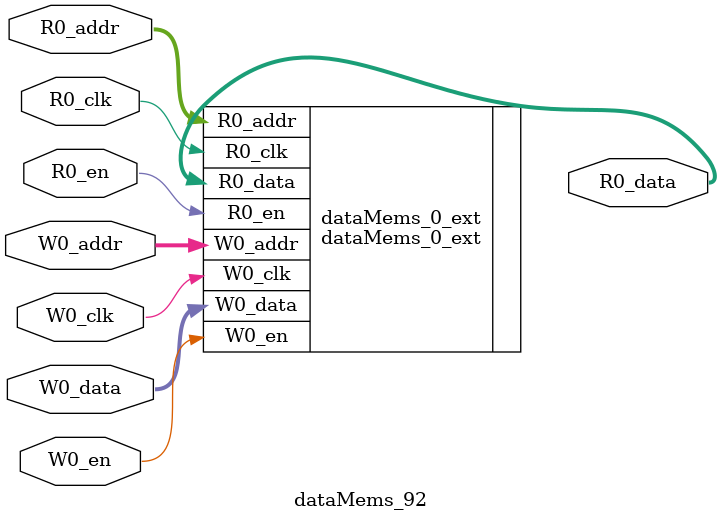
<source format=sv>
`ifndef RANDOMIZE
  `ifdef RANDOMIZE_REG_INIT
    `define RANDOMIZE
  `endif // RANDOMIZE_REG_INIT
`endif // not def RANDOMIZE
`ifndef RANDOMIZE
  `ifdef RANDOMIZE_MEM_INIT
    `define RANDOMIZE
  `endif // RANDOMIZE_MEM_INIT
`endif // not def RANDOMIZE

`ifndef RANDOM
  `define RANDOM $random
`endif // not def RANDOM

// Users can define 'PRINTF_COND' to add an extra gate to prints.
`ifndef PRINTF_COND_
  `ifdef PRINTF_COND
    `define PRINTF_COND_ (`PRINTF_COND)
  `else  // PRINTF_COND
    `define PRINTF_COND_ 1
  `endif // PRINTF_COND
`endif // not def PRINTF_COND_

// Users can define 'ASSERT_VERBOSE_COND' to add an extra gate to assert error printing.
`ifndef ASSERT_VERBOSE_COND_
  `ifdef ASSERT_VERBOSE_COND
    `define ASSERT_VERBOSE_COND_ (`ASSERT_VERBOSE_COND)
  `else  // ASSERT_VERBOSE_COND
    `define ASSERT_VERBOSE_COND_ 1
  `endif // ASSERT_VERBOSE_COND
`endif // not def ASSERT_VERBOSE_COND_

// Users can define 'STOP_COND' to add an extra gate to stop conditions.
`ifndef STOP_COND_
  `ifdef STOP_COND
    `define STOP_COND_ (`STOP_COND)
  `else  // STOP_COND
    `define STOP_COND_ 1
  `endif // STOP_COND
`endif // not def STOP_COND_

// Users can define INIT_RANDOM as general code that gets injected into the
// initializer block for modules with registers.
`ifndef INIT_RANDOM
  `define INIT_RANDOM
`endif // not def INIT_RANDOM

// If using random initialization, you can also define RANDOMIZE_DELAY to
// customize the delay used, otherwise 0.002 is used.
`ifndef RANDOMIZE_DELAY
  `define RANDOMIZE_DELAY 0.002
`endif // not def RANDOMIZE_DELAY

// Define INIT_RANDOM_PROLOG_ for use in our modules below.
`ifndef INIT_RANDOM_PROLOG_
  `ifdef RANDOMIZE
    `ifdef VERILATOR
      `define INIT_RANDOM_PROLOG_ `INIT_RANDOM
    `else  // VERILATOR
      `define INIT_RANDOM_PROLOG_ `INIT_RANDOM #`RANDOMIZE_DELAY begin end
    `endif // VERILATOR
  `else  // RANDOMIZE
    `define INIT_RANDOM_PROLOG_
  `endif // RANDOMIZE
`endif // not def INIT_RANDOM_PROLOG_

// Include register initializers in init blocks unless synthesis is set
`ifndef SYNTHESIS
  `ifndef ENABLE_INITIAL_REG_
    `define ENABLE_INITIAL_REG_
  `endif // not def ENABLE_INITIAL_REG_
`endif // not def SYNTHESIS

// Include rmemory initializers in init blocks unless synthesis is set
`ifndef SYNTHESIS
  `ifndef ENABLE_INITIAL_MEM_
    `define ENABLE_INITIAL_MEM_
  `endif // not def ENABLE_INITIAL_MEM_
`endif // not def SYNTHESIS

module dataMems_92(	// @[generators/ara/src/main/scala/UnsafeAXI4ToTL.scala:365:62]
  input  [4:0]   R0_addr,
  input          R0_en,
  input          R0_clk,
  output [258:0] R0_data,
  input  [4:0]   W0_addr,
  input          W0_en,
  input          W0_clk,
  input  [258:0] W0_data
);

  dataMems_0_ext dataMems_0_ext (	// @[generators/ara/src/main/scala/UnsafeAXI4ToTL.scala:365:62]
    .R0_addr (R0_addr),
    .R0_en   (R0_en),
    .R0_clk  (R0_clk),
    .R0_data (R0_data),
    .W0_addr (W0_addr),
    .W0_en   (W0_en),
    .W0_clk  (W0_clk),
    .W0_data (W0_data)
  );
endmodule


</source>
